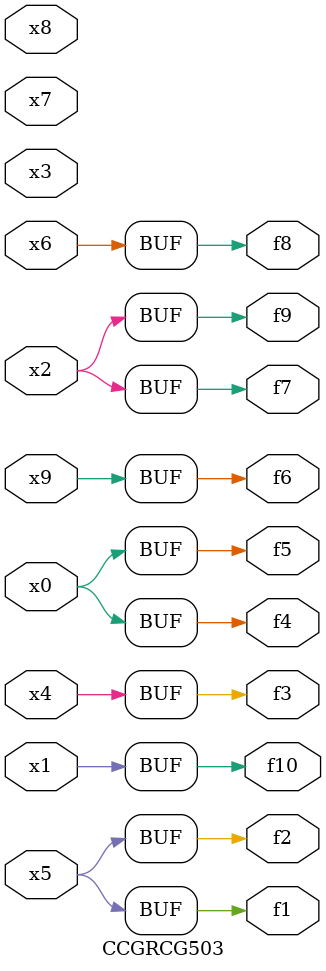
<source format=v>
module CCGRCG503(
	input x0, x1, x2, x3, x4, x5, x6, x7, x8, x9,
	output f1, f2, f3, f4, f5, f6, f7, f8, f9, f10
);
	assign f1 = x5;
	assign f2 = x5;
	assign f3 = x4;
	assign f4 = x0;
	assign f5 = x0;
	assign f6 = x9;
	assign f7 = x2;
	assign f8 = x6;
	assign f9 = x2;
	assign f10 = x1;
endmodule

</source>
